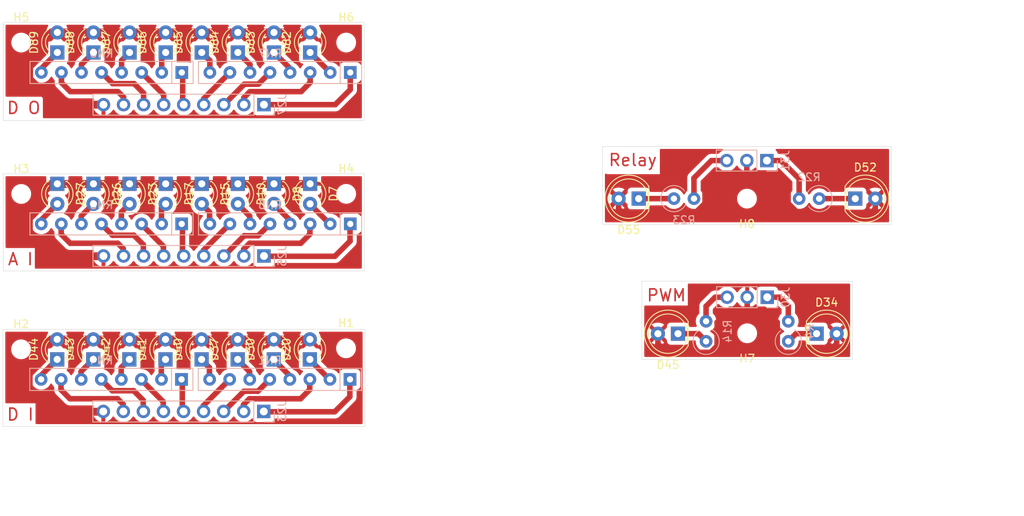
<source format=kicad_pcb>
(kicad_pcb
	(version 20240108)
	(generator "pcbnew")
	(generator_version "8.0")
	(general
		(thickness 1.6)
		(legacy_teardrops no)
	)
	(paper "A4")
	(layers
		(0 "F.Cu" signal)
		(1 "In1.Cu" signal)
		(2 "In2.Cu" signal)
		(31 "B.Cu" signal)
		(32 "B.Adhes" user "B.Adhesive")
		(33 "F.Adhes" user "F.Adhesive")
		(34 "B.Paste" user)
		(35 "F.Paste" user)
		(36 "B.SilkS" user "B.Silkscreen")
		(37 "F.SilkS" user "F.Silkscreen")
		(38 "B.Mask" user)
		(39 "F.Mask" user)
		(40 "Dwgs.User" user "User.Drawings")
		(41 "Cmts.User" user "User.Comments")
		(42 "Eco1.User" user "User.Eco1")
		(43 "Eco2.User" user "User.Eco2")
		(44 "Edge.Cuts" user)
		(45 "Margin" user)
		(46 "B.CrtYd" user "B.Courtyard")
		(47 "F.CrtYd" user "F.Courtyard")
		(48 "B.Fab" user)
		(49 "F.Fab" user)
		(50 "User.1" user)
		(51 "User.2" user)
		(52 "User.3" user)
		(53 "User.4" user)
		(54 "User.5" user)
		(55 "User.6" user)
		(56 "User.7" user)
		(57 "User.8" user)
		(58 "User.9" user)
	)
	(setup
		(stackup
			(layer "F.SilkS"
				(type "Top Silk Screen")
			)
			(layer "F.Paste"
				(type "Top Solder Paste")
			)
			(layer "F.Mask"
				(type "Top Solder Mask")
				(thickness 0.01)
			)
			(layer "F.Cu"
				(type "copper")
				(thickness 0.035)
			)
			(layer "dielectric 1"
				(type "prepreg")
				(thickness 0.1)
				(material "FR4")
				(epsilon_r 4.5)
				(loss_tangent 0.02)
			)
			(layer "In1.Cu"
				(type "copper")
				(thickness 0.035)
			)
			(layer "dielectric 2"
				(type "core")
				(thickness 1.24)
				(material "FR4")
				(epsilon_r 4.5)
				(loss_tangent 0.02)
			)
			(layer "In2.Cu"
				(type "copper")
				(thickness 0.035)
			)
			(layer "dielectric 3"
				(type "prepreg")
				(thickness 0.1)
				(material "FR4")
				(epsilon_r 4.5)
				(loss_tangent 0.02)
			)
			(layer "B.Cu"
				(type "copper")
				(thickness 0.035)
			)
			(layer "B.Mask"
				(type "Bottom Solder Mask")
				(thickness 0.01)
			)
			(layer "B.Paste"
				(type "Bottom Solder Paste")
			)
			(layer "B.SilkS"
				(type "Bottom Silk Screen")
				(color "Red")
			)
			(copper_finish "None")
			(dielectric_constraints no)
		)
		(pad_to_mask_clearance 0)
		(allow_soldermask_bridges_in_footprints no)
		(pcbplotparams
			(layerselection 0x00010fc_ffffffff)
			(plot_on_all_layers_selection 0x0000000_00000000)
			(disableapertmacros no)
			(usegerberextensions no)
			(usegerberattributes yes)
			(usegerberadvancedattributes yes)
			(creategerberjobfile yes)
			(dashed_line_dash_ratio 12.000000)
			(dashed_line_gap_ratio 3.000000)
			(svgprecision 4)
			(plotframeref no)
			(viasonmask no)
			(mode 1)
			(useauxorigin no)
			(hpglpennumber 1)
			(hpglpenspeed 20)
			(hpglpendiameter 15.000000)
			(pdf_front_fp_property_popups yes)
			(pdf_back_fp_property_popups yes)
			(dxfpolygonmode yes)
			(dxfimperialunits yes)
			(dxfusepcbnewfont yes)
			(psnegative no)
			(psa4output no)
			(plotreference yes)
			(plotvalue yes)
			(plotfptext yes)
			(plotinvisibletext no)
			(sketchpadsonfab no)
			(subtractmaskfromsilk no)
			(outputformat 1)
			(mirror no)
			(drillshape 1)
			(scaleselection 1)
			(outputdirectory "")
		)
	)
	(net 0 "")
	(net 1 "Net-(D45-K)")
	(net 2 "Net-(D7-A)")
	(net 3 "Net-(D8-A)")
	(net 4 "Net-(D10-A)")
	(net 5 "Net-(D15-A)")
	(net 6 "Net-(D17-A)")
	(net 7 "Net-(D23-A)")
	(net 8 "Net-(D26-A)")
	(net 9 "Net-(D27-A)")
	(net 10 "Net-(D82-K)")
	(net 11 "Net-(D83-K)")
	(net 12 "Net-(D84-K)")
	(net 13 "Net-(D85-K)")
	(net 14 "Net-(D86-K)")
	(net 15 "Net-(D87-K)")
	(net 16 "Net-(D88-K)")
	(net 17 "Net-(D89-K)")
	(net 18 "Net-(J25-Pin_8)")
	(net 19 "Net-(J25-Pin_5)")
	(net 20 "Net-(J25-Pin_7)")
	(net 21 "Net-(J25-Pin_2)")
	(net 22 "Net-(J25-Pin_6)")
	(net 23 "Net-(J25-Pin_1)")
	(net 24 "Net-(J25-Pin_4)")
	(net 25 "Net-(J25-Pin_3)")
	(net 26 "Net-(J27-Pin_4)")
	(net 27 "Net-(J27-Pin_8)")
	(net 28 "Net-(J27-Pin_1)")
	(net 29 "Net-(J27-Pin_5)")
	(net 30 "Net-(J27-Pin_6)")
	(net 31 "Net-(J27-Pin_7)")
	(net 32 "Net-(J27-Pin_3)")
	(net 33 "Net-(J27-Pin_2)")
	(net 34 "Net-(D20-K)")
	(net 35 "Net-(D30-K)")
	(net 36 "Net-(D37-K)")
	(net 37 "Net-(D40-K)")
	(net 38 "Net-(D41-K)")
	(net 39 "Net-(D42-K)")
	(net 40 "Net-(D43-K)")
	(net 41 "Net-(D44-K)")
	(net 42 "Net-(J23-Pin_1)")
	(net 43 "Net-(J23-Pin_5)")
	(net 44 "Net-(J23-Pin_3)")
	(net 45 "Net-(J23-Pin_2)")
	(net 46 "Net-(J23-Pin_8)")
	(net 47 "Net-(J23-Pin_7)")
	(net 48 "Net-(J23-Pin_4)")
	(net 49 "Net-(J23-Pin_6)")
	(net 50 "Net-(D34-K)")
	(net 51 "Net-(D52-K)")
	(net 52 "Net-(D55-K)")
	(net 53 "Net-(J30-Pin_3)")
	(net 54 "Net-(J30-Pin_1)")
	(net 55 "Net-(J31-Pin_3)")
	(net 56 "Net-(J31-Pin_1)")
	(net 57 "/8x-LED-common-cathode_external/COM")
	(net 58 "/2x-LED-common-anode_external_1/COM")
	(net 59 "/2x-LED-common-anode_external_/COM")
	(net 60 "/8x-LED-common-anode_external1/COM")
	(net 61 "/8x-LED-common-anode_external/COM")
	(footprint "LED_THT:LED_D3.0mm_IRGrey" (layer "F.Cu") (at 161.56615 49.62315 90))
	(footprint "LED_THT:LED_D3.0mm_IRGrey" (layer "F.Cu") (at 143.27815 66.27185 -90))
	(footprint "LED_THT:LED_D3.0mm_IRGrey" (layer "F.Cu") (at 152.42215 49.62315 90))
	(footprint "LED_THT:LED_D3.0mm_IRGrey" (layer "F.Cu") (at 175.28215 66.27185 -90))
	(footprint "LED_THT:LED_D3.0mm_IRGrey" (layer "F.Cu") (at 170.71015 66.27185 -90))
	(footprint "LED_THT:LED_D3.0mm_IRGrey" (layer "F.Cu") (at 166.13815 49.62315 90))
	(footprint "MountingHole:MountingHole_2mm" (layer "F.Cu") (at 138.684 87.249))
	(footprint "LED_THT:LED_D3.0mm_IRGrey" (layer "F.Cu") (at 156.972 88.529 90))
	(footprint "LED_THT:LED_D3.0mm_IRGrey" (layer "F.Cu") (at 143.27815 49.62315 90))
	(footprint "LED_THT:LED_D5.0mm_IRGrey" (layer "F.Cu") (at 216.889 68.15 180))
	(footprint "MountingHole:MountingHole_2mm" (layer "F.Cu") (at 230.632 85.217 180))
	(footprint "LED_THT:LED_D3.0mm_IRGrey" (layer "F.Cu") (at 166.13815 66.27185 -90))
	(footprint "LED_THT:LED_D5.0mm_IRGrey" (layer "F.Cu") (at 244.316 68.15))
	(footprint "LED_THT:LED_D3.0mm_IRGrey" (layer "F.Cu") (at 147.85015 49.62315 90))
	(footprint "LED_THT:LED_D3.0mm_IRGrey" (layer "F.Cu") (at 147.828 88.524 90))
	(footprint "LED_THT:LED_D3.0mm_IRGrey" (layer "F.Cu") (at 152.4 88.524 90))
	(footprint "MountingHole:MountingHole_2mm" (layer "F.Cu") (at 138.70615 67.55355))
	(footprint "LED_THT:LED_D3.0mm_IRGrey" (layer "F.Cu") (at 143.256 88.524 90))
	(footprint "MountingHole:MountingHole_2mm" (layer "F.Cu") (at 179.832 87.122))
	(footprint "LED_THT:LED_D3.0mm_IRGrey" (layer "F.Cu") (at 156.99415 49.62315 90))
	(footprint "LED_THT:LED_D3.0mm_IRGrey" (layer "F.Cu") (at 170.71015 49.62315 90))
	(footprint "MountingHole:MountingHole_2mm" (layer "F.Cu") (at 138.70615 48.36485))
	(footprint "LED_THT:LED_D3.0mm_IRGrey" (layer "F.Cu") (at 161.544 88.529 90))
	(footprint "MountingHole:MountingHole_2mm" (layer "F.Cu") (at 179.85415 48.36485))
	(footprint "LED_THT:LED_D3.0mm_IRGrey" (layer "F.Cu") (at 156.99415 66.27185 -90))
	(footprint "LED_THT:LED_D3.0mm_IRGrey" (layer "F.Cu") (at 161.56615 66.27185 -90))
	(footprint "MountingHole:MountingHole_2mm" (layer "F.Cu") (at 230.605 68.15 180))
	(footprint "MountingHole:MountingHole_2mm" (layer "F.Cu") (at 179.85415 67.54185))
	(footprint "LED_THT:LED_D5.0mm_IRGrey" (layer "F.Cu") (at 221.869 85.266 180))
	(footprint "LED_THT:LED_D3.0mm_IRGrey" (layer "F.Cu") (at 166.116 88.529 90))
	(footprint "LED_THT:LED_D3.0mm_IRGrey" (layer "F.Cu") (at 152.42215 66.27185 -90))
	(footprint "LED_THT:LED_D3.0mm_IRGrey" (layer "F.Cu") (at 170.688 88.529 90))
	(footprint "LED_THT:LED_D3.0mm_IRGrey" (layer "F.Cu") (at 147.85015 66.27185 -90))
	(footprint "LED_THT:LED_D3.0mm_IRGrey" (layer "F.Cu") (at 175.28215 49.62315 90))
	(footprint "LED_THT:LED_D3.0mm_IRGrey" (layer "F.Cu") (at 175.26 88.524 90))
	(footprint "LED_THT:LED_D5.0mm_IRGrey" (layer "F.Cu") (at 239.422 85.266))
	(footprint "Connector_PinHeader_2.54mm:PinHeader_1x09_P2.54mm_Vertical" (layer "B.Cu") (at 169.44015 75.41585 90))
	(footprint "Connector_PinHeader_2.54mm:PinHeader_1x09_P2.54mm_Vertical" (layer "B.Cu") (at 169.44015 56.23885 90))
	(footprint "Resistor_THT:R_Array_SIP8" (layer "B.Cu") (at 180.37215 52.15815 180))
	(footprint "Resistor_THT:R_Axial_DIN0309_L9.0mm_D3.2mm_P2.54mm_Vertical" (layer "B.Cu") (at 235.839 86.233 90))
	(footprint "Resistor_THT:R_Axial_DIN0309_L9.0mm_D3.2mm_P2.54mm_Vertical" (layer "B.Cu") (at 221.353 68.15))
	(footprint "Connector_PinHeader_2.54mm:PinHeader_1x03_P2.54mm_Vertical"
		(layer "B.Cu")
		(uuid "5c23d7ba-ac26-46f9-bd5b-1b3ddeb61336")
		(at 233.13 63.324 90)
		(descr "Through hole straight pin header, 1x03, 2.54mm pitch, single row")
		(tags "Through hole pin header THT 1x03 2.54mm single row")
		(property "Reference" "J31"
			(at 0 2.33 90)
			(layer "B.SilkS")
			(uuid "19794ed5-9120-4f3b-bee9-3d70177777b6")
			(effects
				(font
					(size 1 1)
					(thickness 0.15)
				)
				(justify mirror)
			)
		)
		(property "Value" "2x5mm-led board"
			(at 0 -7.41 90)
			(layer "B.Fab")
			(uuid "5846767e-0991-41f5-ae18-54527453c2c5")
			(effects
				(font
					(size 1 1)
					(thickness 0.15)
				)
				(justify mirror)
			)
		)
		(property "Footprint" "Connector_PinHeader_2.54mm:PinHeader_1x03_P2.54mm_Vertical"
			(at 0 0 -90)
			(unlocked yes)
			(layer "B.Fab")
			(hide yes)
			(uuid "5606f70c-692e-49fc-85ae-29e76f7fbfb6")
			(effects
				(font
					(size 1.27 1.27)
					(thickness 0.15)
				)
				(justify mirror)
			)
		)
		(property "Datasheet" ""
			(at 0 0 -90)
			(unlocked yes)
			(layer "B.Fab")
			(hide yes)
			(uuid "5b687c0d-5ad8-484e-b1bc-84afc2aa1530")
			(effects
				(font
					(size 1.27 1.27)
					(thickness 0.15)
				)
				(justify mirror)
			)
		)
		(property "Description" "Generic connector, single row, 01x03, script generated"
			(at 0 0 -90)
			(unlocked yes)
			(layer "B.Fab")
			(hide yes)
			(uuid "f353b633-b6c1-4301-a651-f703b5c64a1a")
			(effects
				(font
					(size 1.27 1.27)
					(thickness 0.15)
				)
				(justify mirror)
			)
		)
		(property ki_fp_filters "Connector*:*_1x??_*")
		(path "/e1399958-d9c3-43df-a215-5532faee4f75/78a03545-9ce1-4f33-87f1-336c4ef7795b")
		(sheetname "2x-LED-common-anode_external_")
		(sheetfile "2x-LED-common-anode_external.kicad_sch")
		(attr through_hole)
		(fp_line
			(start 1.33 -6.41)
			(end -1.33 -6.41)
			(stroke
				(width 0.12)
				(type solid)
			)
			(layer "B.SilkS")
			(uuid "27a0be63-0a81-466d-964e-1259aff40624")
		)
		(fp_line
			(start 1.33 -6.41)
			(end 1.33 -1.27)
			(stroke
				(width 0.12)
				(type solid)
			)
			(layer "B.SilkS")
			(uuid "8cfe1424-2359-4ac1-8c24-ad8541bead24")
		)
		(fp_line
			(start -1.33 -6.41)
			(end -1.33 -1.27)
			(stroke
				(width 0.12)
				(type solid)
			)
			(layer "B.SilkS")
			(uuid "d55af2c8-3ecd-400b-809a-95034b034832")
		)
		(fp_line
			(start 1.33 -1.27)
			(end -1.33 -1.27)
			(stroke
				(width 0.12)
				(type solid)
			)
			(layer "B.SilkS")
			(uuid "72aeca19-45c1-4716-88aa-27b3e8265b7d")
		)
		(fp_line
			(start 0 1.33)
			(end -1.33 1.33)
			(stroke
				(width 0.12)
				(type solid)
			)
			(layer "B.SilkS")
			(uuid "e6cc33b8-ad3b-4523-a0bb-1179e091bfdf")
		)
		(fp_line
			(start -1.33 1.33)
			(end -1.33 0)
			(stroke
				(width 0.12)
				(type solid)
			)
			(layer "B.SilkS")
			(uuid "0ba63fd6-e76f-4744-af37-4762d7b98ba4")
		)
		(fp_line
			(start 1.8 -6.85)
			(end -1.8 -6.85)
			(stroke
				(width 0.05)
				(type solid)
			)
			(layer "B.CrtYd")
			(uuid "acbe4bbc-1207-46d6-adfc-99a6b476fce9")
		)
		(fp_line
			(start -1.8 -6.85)
			(end -1.8 1.8)
			(stroke
				(width 0.05)
				(type solid)
			)
			(layer "B.CrtYd")
			(uuid "56bd6881-26e8-4b6b-89ac-c4e800a18d12")
		)
		(fp_line
			(start 1.8 1.8)
			(end 1.8 -6.85)
			(stroke
				(width 0.05)
				(type solid)
			)
			(layer "B.CrtYd")
			(uuid "07e6cf35-5492-4c1a-b439-ea27328c8454")
		)
		(fp_line
			(start -1.8 1.8)
			(end 1.8 1.8)
			(stroke
				(width 0.05)
				(type solid)
			)
			(layer "B.CrtYd")
			(uuid "2c1642f6-1676-4237-9c55-6f3e9b53aa77")
		)
		(fp_line
			(start 1.27 -6.35)
			(end 1.27 1.27)
			(stroke
				(width 0.1)
				(type solid)
			)
			(layer "B.Fab")
			(uuid "b538473a-9aba-40c6-8efd-89d2d664adea")
		)
		(fp_line
			(start -1.27 -6.35)
			(end 1.27 -6.35)
			(stroke
				(width 0.1)
				(type solid)
			)
			(layer "B.Fab")
			(uuid "74a60ddd-be2e-47f7-ad4c-ca2297a2ff0e")
		)
		(fp_line
			(start -1.27 0.635)
			(end -1.27 -6.35)
			(stroke
				(width 0.1)
				(type solid)
			)
			(layer "B.Fab")
			(uuid "6a867daa-5987-490e-8040-81e618838443")
		)
		(fp_line
			(start 1.27 1.27)
			(end -0.635 1.27)
			(stroke
				(width 0.1)
				(type solid)
			)
			(layer "B.Fab")
			(uuid "83f28f28-6b17-4362-9975-932aa3f66e68")
		)
		(fp_line
			(start -0.635 1.27)
			(end -1.27 0.635)
			(stroke
				(width 0.1)
				(type solid)
			)
			(layer "B.Fab")
			(uuid "a829d376-5570-4b0d-9bcb-b0fd89bb6ab6")
		)
		(fp_text user "${REFERENCE}"
			(at 0 -2.54 360)
			(layer "B.Fab")
			(uuid "124837e7-7c84-4a74-bcf7-ac00c27b6beb")
			(effects
				(font
					(size 1 1)
					(thickness 0.15)
			
... [246442 chars truncated]
</source>
